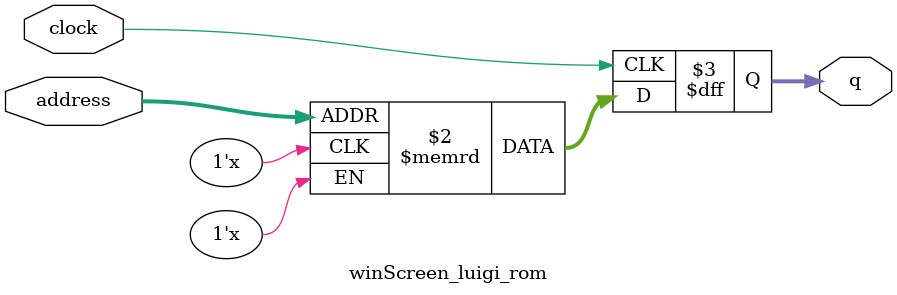
<source format=sv>
module winScreen_luigi_rom (
	input logic clock,
	input logic [14:0] address,
	output logic [11:0] q
);

logic [11:0] memory [0:19199] /* synthesis ram_init_file = "./winScreen_luigi/winScreen_luigi.COE" */;

always_ff @ (posedge clock) begin
	q <= memory[address];
end

endmodule

</source>
